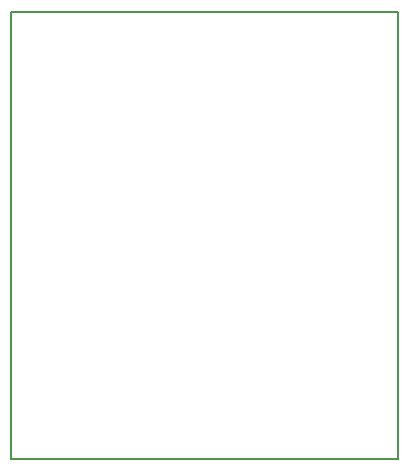
<source format=gm1>
G04 MADE WITH FRITZING*
G04 WWW.FRITZING.ORG*
G04 DOUBLE SIDED*
G04 HOLES PLATED*
G04 CONTOUR ON CENTER OF CONTOUR VECTOR*
%ASAXBY*%
%FSLAX23Y23*%
%MOIN*%
%OFA0B0*%
%SFA1.0B1.0*%
%ADD10R,1.298980X1.496060*%
%ADD11C,0.008000*%
%ADD10C,0.008*%
%LNCONTOUR*%
G90*
G70*
G54D10*
G54D11*
X4Y1492D02*
X1295Y1492D01*
X1295Y4D01*
X4Y4D01*
X4Y1492D01*
D02*
G04 End of contour*
M02*
</source>
